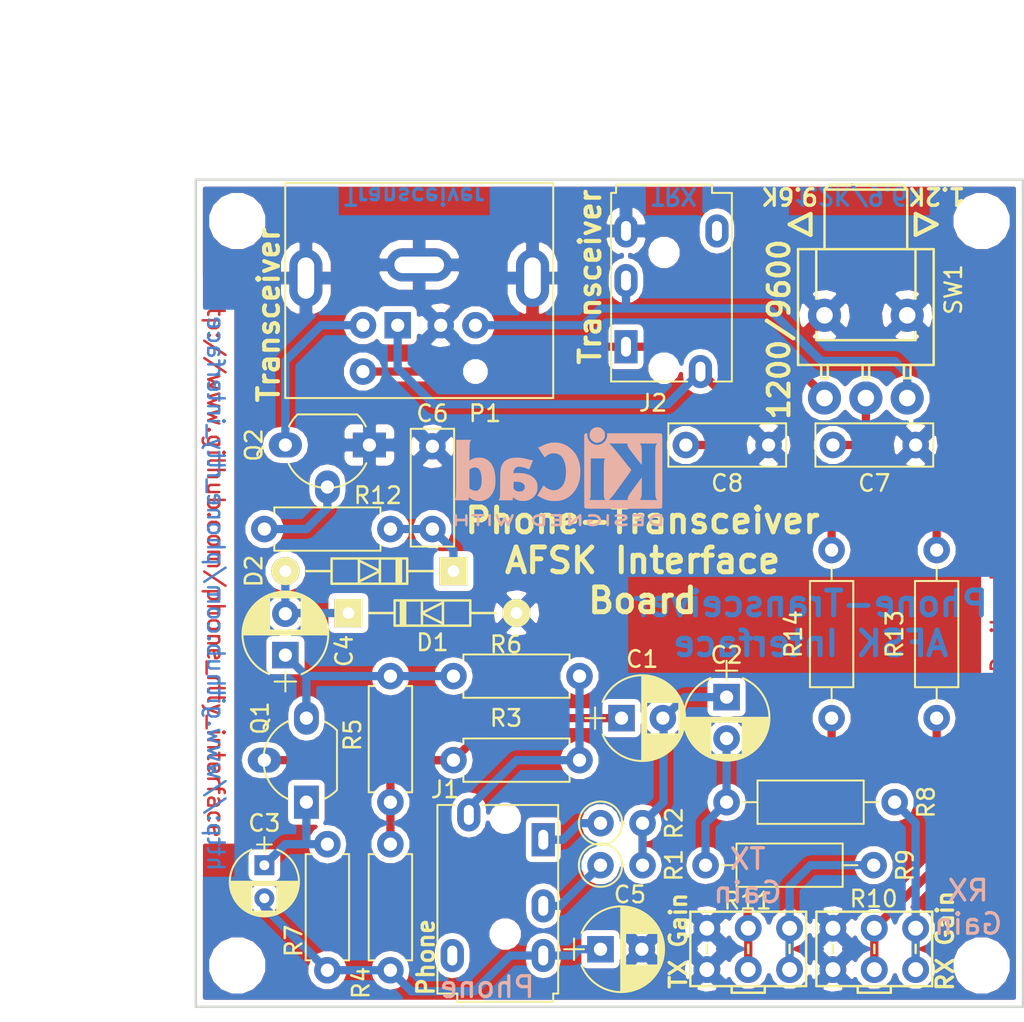
<source format=kicad_pcb>
(kicad_pcb (version 4) (host pcbnew 4.0.6)
  (title_block (title "Phone-Transceiver AFSK Interface") (date 2017-04-11) (rev A))
  (layers (0 F.Cu signal) (31 B.Cu signal) (34 B.Paste user) (35 F.Paste user) (36 B.SilkS user) (37 F.SilkS user) (38 B.Mask user) (39 F.Mask user) (44 Edge.Cuts user))
  (net 0 "")
  (net 1 "Net-(C1-Pad1)")
  (net 2 "Net-(C3-Pad1)")
  (net 3 GNDREF)
  (net 4 "Net-(C6-Pad1)")
  (net 5 "Net-(Q2-Pad2)")
  (net 6 "Net-(R10-Pad2)")
  (net 7 /PHONE_OUT)
  (net 8 /PHONE_GND)
  (net 9 /TRX_DATA_IN)
  (net 10 /PHONE_MIC)
  (net 11 /TRX_1200)
  (net 12 /TRX_9600)
  (net 13 /PTT)
  (net 14 "Net-(C2-Pad2)")
  (net 15 "Net-(C4-Pad1)")
  (net 16 "Net-(C4-Pad2)")
  (net 17 "Net-(C7-Pad2)")
  (net 18 "Net-(J1-Pad1)")
  (net 19 "Net-(J1-Pad2)")
  (net 20 "Net-(R11-Pad2)")
  (net 21 "Net-(R10-Pad1)")
  (net 22 "Net-(R11-Pad1)")
  (module Mounting_Holes:MountingHole_2.7mm_M2.5_ISO7380 (layer F.Cu) (at 102.5 52.5)
    (fp_text reference MH1 hide)
    (fp_text value MH_2.7mm_M2.5_ISO7380 hide)
    (pad 1 np_thru_hole circle (at 0 0) (size 2.7 2.7) (drill 2.7) (layers *.Cu *.Mask))
  )
  (module Mounting_Holes:MountingHole_2.7mm_M2.5_ISO7380 (layer F.Cu) (at 147.5 52.5)
    (fp_text reference MH2 hide)
    (fp_text value MH_2.7mm_M2.5_ISO7380 hide)
    (pad 1 np_thru_hole circle (at 0 0) (size 2.7 2.7) (drill 2.7) (layers *.Cu *.Mask))
  )
  (module Mounting_Holes:MountingHole_2.7mm_M2.5_ISO7380 (layer F.Cu) (at 102.5 97.5)
    (fp_text reference MH3 hide)
    (fp_text value MH_2.7mm_M2.5_ISO7380 hide)
    (pad 1 np_thru_hole circle (at 0 0) (size 2.7 2.7) (drill 2.7) (layers *.Cu *.Mask))
  )
  (module Mounting_Holes:MountingHole_2.7mm_M2.5_ISO7380 (layer F.Cu) (at 147.5 97.5)
    (fp_text reference MH4 hide)
    (fp_text value MH_2.7mm_M2.5_ISO7380 hide)
    (pad 1 np_thru_hole circle (at 0 0) (size 2.7 2.7) (drill 2.7) (layers *.Cu *.Mask))
  )
  (module Resistors_ThroughHole:R_Axial_DIN0207_L6.3mm_D2.5mm_P10.16mm_Horizontal (layer F.Cu) (at 144.78 72.39 270)
    (fp_text reference R13 (at 5.08 2.54 270) (layer F.SilkS))
    (fp_text value 1K)
    (pad 1 thru_hole circle (at 0 0 270) (size 1.6 1.6) (drill 0.8) (layers *.Cu *.Mask) (net 17 "Net-(C7-Pad2)"))
    (pad 2 thru_hole oval (at 10.16 0 270) (size 1.6 1.6) (drill 0.8) (layers *.Cu *.Mask) (net 6 "Net-(R10-Pad2)"))
  )
  (module Resistors_ThroughHole:R_Axial_DIN0207_L6.3mm_D2.5mm_P10.16mm_Horizontal (layer F.Cu) (at 138.43 82.55 90)
    (fp_text reference R14 (at 5.08 -2.31 90) (layer F.SilkS))
    (fp_text value 1K)
    (pad 1 thru_hole circle (at 0 0 90) (size 1.6 1.6) (drill 0.8) (layers *.Cu *.Mask) (net 20 "Net-(R11-Pad2)"))
    (pad 2 thru_hole oval (at 10.16 0 90) (size 1.6 1.6) (drill 0.8) (layers *.Cu *.Mask) (net 9 /TRX_DATA_IN))
  )
  (module Capacitors_ThroughHole:CP_Radial_D5.0mm_P2.50mm (layer F.Cu) (at 105.41 78.74 90)
    (fp_text reference C4 (at 0.254 3.556 270) (layer F.SilkS))
    (fp_text value 4.7uF)
    (pad 1 thru_hole rect (at 0 0 90) (size 1.6 1.6) (drill 0.8) (layers *.Cu *.Mask) (net 15 "Net-(C4-Pad1)"))
    (pad 2 thru_hole circle (at 2.5 0 90) (size 1.6 1.6) (drill 0.8) (layers *.Cu *.Mask) (net 16 "Net-(C4-Pad2)"))
  )
  (module Capacitors_ThroughHole:CP_Radial_D5.0mm_P2.50mm (layer F.Cu) (at 124.46 96.52)
    (fp_text reference C5 (at 1.778 -3.302) (layer F.SilkS))
    (fp_text value 100uF)
    (pad 1 thru_hole rect (at 0 0) (size 1.6 1.6) (drill 0.8) (layers *.Cu *.Mask) (net 8 /PHONE_GND))
    (pad 2 thru_hole circle (at 2.5 0) (size 1.6 1.6) (drill 0.8) (layers *.Cu *.Mask) (net 3 GNDREF))
  )
  (module Capacitors_ThroughHole:C_Rect_L7.0mm_W2.5mm_P5.00mm (layer F.Cu) (at 114.3 71.12 90)
    (fp_text reference C6 (at 6.985 0 180) (layer F.SilkS))
    (fp_text value 100n)
    (pad 1 thru_hole circle (at 0 0 90) (size 1.6 1.6) (drill 0.8) (layers *.Cu *.Mask) (net 4 "Net-(C6-Pad1)"))
    (pad 2 thru_hole circle (at 5 0 90) (size 1.6 1.6) (drill 0.8) (layers *.Cu *.Mask) (net 3 GNDREF))
  )
  (module Capacitors_ThroughHole:C_Rect_L7.0mm_W2.5mm_P5.00mm (layer F.Cu) (at 143.51 66.04 180)
    (fp_text reference C7 (at 2.5 -2.31 180) (layer F.SilkS))
    (fp_text value 10n)
    (pad 1 thru_hole circle (at 0 0 180) (size 1.6 1.6) (drill 0.8) (layers *.Cu *.Mask) (net 3 GNDREF))
    (pad 2 thru_hole circle (at 5 0 180) (size 1.6 1.6) (drill 0.8) (layers *.Cu *.Mask) (net 17 "Net-(C7-Pad2)"))
  )
  (module Capacitors_ThroughHole:C_Rect_L7.0mm_W2.5mm_P5.00mm (layer F.Cu) (at 134.62 66.04 180)
    (fp_text reference C8 (at 2.5 -2.31 180) (layer F.SilkS))
    (fp_text value 10n)
    (pad 1 thru_hole circle (at 0 0 180) (size 1.6 1.6) (drill 0.8) (layers *.Cu *.Mask) (net 3 GNDREF))
    (pad 2 thru_hole circle (at 5 0 180) (size 1.6 1.6) (drill 0.8) (layers *.Cu *.Mask) (net 9 /TRX_DATA_IN))
  )
  (module custom_kicad_footprints:Diode_DO-35_SOD27_Horizontal_RM10 (layer F.Cu) (at 109.22 76.2)
    (fp_text reference D1 (at 5.08 1.778 180) (layer F.SilkS))
    (fp_text value BAT46)
    (pad 2 thru_hole circle (at 10.16052 -0.00254 180) (size 1.69926 1.69926) (drill 0.70104) (layers *.Cu *.Mask F.SilkS) (net 3 GNDREF))
    (pad 1 thru_hole rect (at 0.00052 -0.00254 180) (size 1.69926 1.69926) (drill 0.70104) (layers *.Cu *.Mask F.SilkS) (net 16 "Net-(C4-Pad2)"))
  )
  (module custom_kicad_footprints:Diode_DO-35_SOD27_Horizontal_RM10 (layer F.Cu) (at 115.57 73.66 180)
    (fp_text reference D2 (at 12.065 0 270) (layer F.SilkS))
    (fp_text value BAT46)
    (pad 2 thru_hole circle (at 10.16052 -0.00254) (size 1.69926 1.69926) (drill 0.70104) (layers *.Cu *.Mask F.SilkS) (net 16 "Net-(C4-Pad2)"))
    (pad 1 thru_hole rect (at 0.00052 -0.00254) (size 1.69926 1.69926) (drill 0.70104) (layers *.Cu *.Mask F.SilkS) (net 4 "Net-(C6-Pad1)"))
  )
  (module custom_kicad_footprints:PJ320E_Headphones_Plug_Short (layer F.Cu) (at 121 89.9 180)
    (fp_text reference J1 (at 5.938 3.032 360) (layer F.SilkS))
    (fp_text value Phone)
    (pad 5 thru_hole oval (at 5.5 -7 90) (size 2 1.4) (drill oval 1.2 0.6) (layers *.Cu *.Mask))
    (pad 4 thru_hole oval (at 4.5 1.5 90) (size 2 1.4) (drill oval 1.2 0.6) (layers *.Cu *.Mask) (net 10 /PHONE_MIC))
    (pad 1 thru_hole rect (at 0 0 90) (size 2 1.4) (drill oval 1.2 0.6) (layers *.Cu *.Mask) (net 18 "Net-(J1-Pad1)"))
    (pad 2 thru_hole oval (at 0 -4 90) (size 2 1.4) (drill oval 1.2 0.6) (layers *.Cu *.Mask) (net 19 "Net-(J1-Pad2)"))
    (pad 3 thru_hole oval (at 0 -7 90) (size 2 1.4) (drill oval 1.2 0.6) (layers *.Cu *.Mask) (net 8 /PHONE_GND))
    (pad "" np_thru_hole circle (at 2.3 -5.7 90) (size 1.2 1.2) (drill 1.2) (layers *.Cu *.Mask))
    (pad "" np_thru_hole circle (at 2.3 1.3 90) (size 1.2 1.2) (drill 1.2) (layers *.Cu *.Mask))
  )
  (module custom_kicad_footprints:PJ320E_Headphones_Plug_Short (layer F.Cu) (at 126 60.1)
    (fp_text reference J2 (at 1.635 3.4) (layer F.SilkS))
    (fp_text value Transceiver)
    (pad 5 thru_hole oval (at 5.5 -7 270) (size 2 1.4) (drill oval 1.2 0.6) (layers *.Cu *.Mask))
    (pad 4 thru_hole oval (at 4.5 1.5 270) (size 2 1.4) (drill oval 1.2 0.6) (layers *.Cu *.Mask) (net 9 /TRX_DATA_IN))
    (pad 1 thru_hole rect (at 0 0 270) (size 2 1.4) (drill oval 1.2 0.6) (layers *.Cu *.Mask) (net 11 /TRX_1200))
    (pad 2 thru_hole oval (at 0 -4 270) (size 2 1.4) (drill oval 1.2 0.6) (layers *.Cu *.Mask) (net 12 /TRX_9600))
    (pad 3 thru_hole oval (at 0 -7 270) (size 2 1.4) (drill oval 1.2 0.6) (layers *.Cu *.Mask) (net 3 GNDREF))
    (pad "" np_thru_hole circle (at 2.3 -5.7 270) (size 1.2 1.2) (drill 1.2) (layers *.Cu *.Mask))
    (pad "" np_thru_hole circle (at 2.3 1.3 270) (size 1.2 1.2) (drill 1.2) (layers *.Cu *.Mask))
  )
  (module Resistors_ThroughHole:R_Axial_DIN0207_L6.3mm_D2.5mm_P7.62mm_Horizontal (layer F.Cu) (at 123.19 85.09 180)
    (fp_text reference R3 (at 4.445 2.54 360) (layer F.SilkS))
    (fp_text value 33K)
    (pad 1 thru_hole circle (at 0 0 180) (size 1.6 1.6) (drill 0.8) (layers *.Cu *.Mask) (net 10 /PHONE_MIC))
    (pad 2 thru_hole oval (at 7.62 0 180) (size 1.6 1.6) (drill 0.8) (layers *.Cu *.Mask) (net 1 "Net-(C1-Pad1)"))
  )
  (module Resistors_ThroughHole:R_Axial_DIN0207_L6.3mm_D2.5mm_P7.62mm_Horizontal (layer F.Cu) (at 111.76 90.17 270)
    (fp_text reference R4 (at 8.382 1.778 270) (layer F.SilkS))
    (fp_text value 18K)
    (pad 1 thru_hole circle (at 0 0 270) (size 1.6 1.6) (drill 0.8) (layers *.Cu *.Mask) (net 1 "Net-(C1-Pad1)"))
    (pad 2 thru_hole oval (at 7.62 0 270) (size 1.6 1.6) (drill 0.8) (layers *.Cu *.Mask) (net 8 /PHONE_GND))
  )
  (module Resistors_ThroughHole:R_Axial_DIN0207_L6.3mm_D2.5mm_P7.62mm_Horizontal (layer F.Cu) (at 111.76 87.63 90)
    (fp_text reference R5 (at 4.064 -2.286 90) (layer F.SilkS))
    (fp_text value 120K)
    (pad 1 thru_hole circle (at 0 0 90) (size 1.6 1.6) (drill 0.8) (layers *.Cu *.Mask) (net 1 "Net-(C1-Pad1)"))
    (pad 2 thru_hole oval (at 7.62 0 90) (size 1.6 1.6) (drill 0.8) (layers *.Cu *.Mask) (net 15 "Net-(C4-Pad1)"))
  )
  (module Resistors_ThroughHole:R_Axial_DIN0207_L6.3mm_D2.5mm_P7.62mm_Horizontal (layer F.Cu) (at 123.19 80.01 180)
    (fp_text reference R6 (at 4.445 1.905 360) (layer F.SilkS))
    (fp_text value 3.3K)
    (pad 1 thru_hole circle (at 0 0 180) (size 1.6 1.6) (drill 0.8) (layers *.Cu *.Mask) (net 10 /PHONE_MIC))
    (pad 2 thru_hole oval (at 7.62 0 180) (size 1.6 1.6) (drill 0.8) (layers *.Cu *.Mask) (net 15 "Net-(C4-Pad1)"))
  )
  (module custom_kicad_footprints:Cliff_UT1x_SPDT_ON-ON_Switch_Short (layer F.Cu) (at 138 63.2)
    (fp_text reference SW1 (at 7.796 -6.558 90) (layer F.SilkS))
    (fp_text value 1200/9600)
    (pad 4 thru_hole circle (at 5 -5) (size 2 2) (drill 1) (layers *.Cu *.Mask) (net 3 GNDREF))
    (pad 2 thru_hole circle (at 2.5 0) (size 2 2) (drill 1) (layers *.Cu *.Mask) (net 17 "Net-(C7-Pad2)"))
    (pad 3 thru_hole circle (at 5 0) (size 2 2) (drill 1) (layers *.Cu *.Mask) (net 12 /TRX_9600))
    (pad 4 thru_hole circle (at 0 -5) (size 2 2) (drill 1) (layers *.Cu *.Mask) (net 3 GNDREF))
    (pad 1 thru_hole circle (at 0 0) (size 2 2) (drill 1) (layers *.Cu *.Mask) (net 11 /TRX_1200))
  )
  (module Capacitors_ThroughHole:CP_Radial_D4.0mm_P2.00mm (layer F.Cu) (at 104.14 91.44 270)
    (fp_text reference C3 (at -2.54 0 360) (layer F.SilkS))
    (fp_text value 100uF)
    (pad 1 thru_hole rect (at 0 0 270) (size 1.2 1.2) (drill 0.6) (layers *.Cu *.Mask) (net 2 "Net-(C3-Pad1)"))
    (pad 2 thru_hole circle (at 2 0 270) (size 1.2 1.2) (drill 0.6) (layers *.Cu *.Mask) (net 8 /PHONE_GND))
  )
  (module Resistors_ThroughHole:R_Axial_DIN0207_L6.3mm_D2.5mm_P7.62mm_Horizontal (layer F.Cu) (at 107.95 97.79 90)
    (fp_text reference R7 (at 1.778 -2.032 90) (layer F.SilkS))
    (fp_text value 120)
    (pad 1 thru_hole circle (at 0 0 90) (size 1.6 1.6) (drill 0.8) (layers *.Cu *.Mask) (net 8 /PHONE_GND))
    (pad 2 thru_hole oval (at 7.62 0 90) (size 1.6 1.6) (drill 0.8) (layers *.Cu *.Mask) (net 2 "Net-(C3-Pad1)"))
  )
  (module Capacitors_ThroughHole:CP_Radial_D5.0mm_P2.50mm (layer F.Cu) (at 125.73 82.55)
    (fp_text reference C1 (at 1.25 -3.56) (layer F.SilkS))
    (fp_text value 4.7uF)
    (pad 1 thru_hole rect (at 0 0) (size 1.6 1.6) (drill 0.8) (layers *.Cu *.Mask) (net 1 "Net-(C1-Pad1)"))
    (pad 2 thru_hole circle (at 2.5 0) (size 1.6 1.6) (drill 0.8) (layers *.Cu *.Mask) (net 7 /PHONE_OUT))
  )
  (module Capacitors_ThroughHole:CP_Radial_D5.0mm_P2.50mm (layer F.Cu) (at 132.08 81.28 270)
    (fp_text reference C2 (at -2.54 0 360) (layer F.SilkS))
    (fp_text value 4.7uF)
    (pad 1 thru_hole rect (at 0 0 270) (size 1.6 1.6) (drill 0.8) (layers *.Cu *.Mask) (net 7 /PHONE_OUT))
    (pad 2 thru_hole circle (at 2.5 0 270) (size 1.6 1.6) (drill 0.8) (layers *.Cu *.Mask) (net 14 "Net-(C2-Pad2)"))
  )
  (module Resistors_ThroughHole:R_Axial_DIN0207_L6.3mm_D2.5mm_P2.54mm_Vertical (layer F.Cu) (at 124.46 91.44)
    (fp_text reference R1 (at 4.445 0 90) (layer F.SilkS))
    (fp_text value 33)
    (pad 1 thru_hole circle (at 0 0) (size 1.6 1.6) (drill 0.8) (layers *.Cu *.Mask) (net 19 "Net-(J1-Pad2)"))
    (pad 2 thru_hole oval (at 2.54 0) (size 1.6 1.6) (drill 0.8) (layers *.Cu *.Mask) (net 7 /PHONE_OUT))
  )
  (module Resistors_ThroughHole:R_Axial_DIN0207_L6.3mm_D2.5mm_P2.54mm_Vertical (layer F.Cu) (at 124.46 88.9)
    (fp_text reference R2 (at 4.445 0 90) (layer F.SilkS))
    (fp_text value 33)
    (pad 1 thru_hole circle (at 0 0) (size 1.6 1.6) (drill 0.8) (layers *.Cu *.Mask) (net 18 "Net-(J1-Pad1)"))
    (pad 2 thru_hole oval (at 2.54 0) (size 1.6 1.6) (drill 0.8) (layers *.Cu *.Mask) (net 7 /PHONE_OUT))
  )
  (module Resistors_ThroughHole:R_Axial_DIN0207_L6.3mm_D2.5mm_P10.16mm_Horizontal (layer F.Cu) (at 142.24 87.63 180)
    (fp_text reference R8 (at -1.905 0 270) (layer F.SilkS))
    (fp_text value 1K)
    (pad 1 thru_hole circle (at 0 0 180) (size 1.6 1.6) (drill 0.8) (layers *.Cu *.Mask) (net 21 "Net-(R10-Pad1)"))
    (pad 2 thru_hole oval (at 10.16 0 180) (size 1.6 1.6) (drill 0.8) (layers *.Cu *.Mask) (net 14 "Net-(C2-Pad2)"))
  )
  (module Resistors_ThroughHole:R_Axial_DIN0207_L6.3mm_D2.5mm_P10.16mm_Horizontal (layer F.Cu) (at 140.97 91.44 180)
    (fp_text reference R9 (at -1.905 0 270) (layer F.SilkS))
    (fp_text value 10K)
    (pad 1 thru_hole circle (at 0 0 180) (size 1.6 1.6) (drill 0.8) (layers *.Cu *.Mask) (net 22 "Net-(R11-Pad1)"))
    (pad 2 thru_hole oval (at 10.16 0 180) (size 1.6 1.6) (drill 0.8) (layers *.Cu *.Mask) (net 14 "Net-(C2-Pad2)"))
  )
  (module Resistors_ThroughHole:R_Axial_DIN0207_L6.3mm_D2.5mm_P7.62mm_Horizontal (layer F.Cu) (at 104.14 71.12)
    (fp_text reference R12 (at 6.858 -2.032) (layer F.SilkS))
    (fp_text value 470)
    (pad 1 thru_hole circle (at 0 0) (size 1.6 1.6) (drill 0.8) (layers *.Cu *.Mask) (net 5 "Net-(Q2-Pad2)"))
    (pad 2 thru_hole oval (at 7.62 0) (size 1.6 1.6) (drill 0.8) (layers *.Cu *.Mask) (net 4 "Net-(C6-Pad1)"))
  )
  (module TO_SOT_Packages_THT:TO-92_Molded_Wide_Oval (layer F.Cu) (at 106.68 87.63 90)
    (fp_text reference Q1 (at 5.08 -2.794 270) (layer F.SilkS))
    (fp_text value 2N2222)
    (pad 2 thru_hole oval (at 2.54 -2.54 180) (size 2 1.5) (drill 0.8) (layers *.Cu *.Mask) (net 1 "Net-(C1-Pad1)"))
    (pad 1 thru_hole rect (at 0 0 180) (size 1.5 2) (drill 0.8) (layers *.Cu *.Mask) (net 2 "Net-(C3-Pad1)"))
    (pad 3 thru_hole oval (at 5.08 0 180) (size 1.5 2) (drill 0.8) (layers *.Cu *.Mask) (net 15 "Net-(C4-Pad1)"))
  )
  (module TO_SOT_Packages_THT:TO-92_Molded_Wide_Oval (layer F.Cu) (at 110.49 66.04 180)
    (fp_text reference Q2 (at 6.985 0 270) (layer F.SilkS))
    (fp_text value 2N2222)
    (pad 2 thru_hole oval (at 2.54 -2.54 270) (size 2 1.5) (drill 0.8) (layers *.Cu *.Mask) (net 5 "Net-(Q2-Pad2)"))
    (pad 1 thru_hole rect (at 0 0 270) (size 1.5 2) (drill 0.8) (layers *.Cu *.Mask) (net 3 GNDREF))
    (pad 3 thru_hole oval (at 5.08 0 270) (size 1.5 2) (drill 0.8) (layers *.Cu *.Mask) (net 13 /PTT))
  )
  (module custom_kicad_footprints:Connector_Mini-DIN_Female_6Pin_2rows (layer F.Cu) (at 112.2 58.8 180)
    (fp_text reference P1 (at -5.275 -5.335 360) (layer F.SilkS))
    (fp_text value "To TRX Data")
    (pad 7 thru_hole oval (at -8.15 2.85 180) (size 2 3.5) (drill oval 1 2.5) (layers *.Cu *.Mask) (net 3 GNDREF))
    (pad 7 thru_hole oval (at 5.55 2.85 180) (size 2 3.5) (drill oval 1 2.5) (layers *.Cu *.Mask) (net 3 GNDREF))
    (pad 1 thru_hole rect (at 0 0 180) (size 1.6 1.6) (drill 0.8) (layers *.Cu *.Mask) (net 9 /TRX_DATA_IN))
    (pad 2 thru_hole circle (at -2.6 0 180) (size 1.6 1.6) (drill 0.8) (layers *.Cu *.Mask) (net 3 GNDREF))
    (pad 3 thru_hole circle (at 2.1 0 180) (size 1.6 1.6) (drill 0.8) (layers *.Cu *.Mask) (net 13 /PTT))
    (pad 4 thru_hole circle (at -4.7 0 180) (size 1.6 1.6) (drill 0.8) (layers *.Cu *.Mask) (net 12 /TRX_9600))
    (pad 5 thru_hole circle (at 2.1 -2.8 180) (size 1.6 1.6) (drill 0.8) (layers *.Cu *.Mask) (net 11 /TRX_1200))
    (pad "" np_thru_hole circle (at -4.7 -2.8 180) (size 0.8 0.8) (drill 0.8) (layers *.Cu *.Mask))
    (pad 7 thru_hole oval (at -1.3 3.65 180) (size 4 2) (drill oval 3 1) (layers *.Cu *.Mask) (net 3 GNDREF))
  )
  (module Symbols:KiCad-Logo2_6mm_SilkScreen (layer B.Cu) (at 121.92 67.945 180)
    (fp_text reference LBL1 hide)
    (fp_text value KiCad-Logo2_6mm_SilkScreen hide)
  )
  (module custom_kicad_footprints:Potentiometer_Trimmer_Vertical_Multi_Compatible (layer F.Cu) (at 143.51 95.25 270)
    (fp_text reference R10 (at -1.778 2.54 360) (layer F.SilkS))
    (fp_text value 10K)
    (pad 3 thru_hole circle (at 2.5 5 270) (size 1.62 1.62) (drill 0.9) (layers *.Cu *.Mask) (net 3 GNDREF))
    (pad 2 thru_hole circle (at 0 2.5 270) (size 1.62 1.62) (drill 0.9) (layers *.Cu *.Mask) (net 6 "Net-(R10-Pad2)"))
    (pad 1 thru_hole circle (at 2.5 0 270) (size 1.62 1.62) (drill 0.9) (layers *.Cu *.Mask) (net 21 "Net-(R10-Pad1)"))
    (pad 3 thru_hole circle (at 0 5 270) (size 1.62 1.62) (drill 0.9) (layers *.Cu *.Mask) (net 3 GNDREF))
    (pad 2 thru_hole circle (at 2.5 2.5 270) (size 1.62 1.62) (drill 0.9) (layers *.Cu *.Mask) (net 6 "Net-(R10-Pad2)"))
    (pad 1 thru_hole circle (at 0 0 270) (size 1.62 1.62) (drill 0.9) (layers *.Cu *.Mask) (net 21 "Net-(R10-Pad1)"))
  )
  (module custom_kicad_footprints:Potentiometer_Trimmer_Vertical_Multi_Compatible (layer F.Cu) (at 135.89 95.25 270)
    (fp_text reference R11 (at -1.651 2.54 360) (layer F.SilkS))
    (fp_text value 10K)
    (pad 3 thru_hole circle (at 2.5 5 270) (size 1.62 1.62) (drill 0.9) (layers *.Cu *.Mask) (net 3 GNDREF))
    (pad 2 thru_hole circle (at 0 2.5 270) (size 1.62 1.62) (drill 0.9) (layers *.Cu *.Mask) (net 20 "Net-(R11-Pad2)"))
    (pad 1 thru_hole circle (at 2.5 0 270) (size 1.62 1.62) (drill 0.9) (layers *.Cu *.Mask) (net 22 "Net-(R11-Pad1)"))
    (pad 3 thru_hole circle (at 0 5 270) (size 1.62 1.62) (drill 0.9) (layers *.Cu *.Mask) (net 3 GNDREF))
    (pad 2 thru_hole circle (at 2.5 2.5 270) (size 1.62 1.62) (drill 0.9) (layers *.Cu *.Mask) (net 20 "Net-(R11-Pad2)"))
    (pad 1 thru_hole circle (at 0 0 270) (size 1.62 1.62) (drill 0.9) (layers *.Cu *.Mask) (net 22 "Net-(R11-Pad1)"))
  )
  (gr_text Phone (at 117.602 98.806) (layer B.SilkS) (effects (font (size 1.25 1.25) (thickness 0.2)) (justify mirror)))
  (gr_text "TX\nGain" (at 133.35 92.075) (layer B.SilkS) (effects (font (size 1.25 1.25) (thickness 0.2)) (justify mirror)))
  (gr_text "RX\nGain" (at 146.685 93.98) (layer B.SilkS) (effects (font (size 1.25 1.25) (thickness 0.2)) (justify mirror)))
  (gr_text 1.2K/9.6K (at 140.1 51 180) (layer B.Cu) (effects (font (size 1 1) (thickness 0.2)) (justify mirror)))
  (gr_text TRX (at 128.905 51 180) (layer B.Cu) (effects (font (size 1 1) (thickness 0.2)) (justify mirror)))
  (gr_text "Phone-Transceiver\nAFSK Interface" (at 137.16 76.835) (layer B.Cu) (effects (font (size 1.5 1.5) (thickness 0.3)) (justify mirror)))
  (gr_text http://www.github.com/phone_rtty_interface (at 101.2 75 270) (layer B.Cu) (effects (font (size 1 1)) (justify mirror)))
  (gr_text http://www.github.com/phone_rtty_interface (at 101.2 73 270) (layer F.Cu) (effects (font (size 1 1))))
  (gr_text "PCB Design by Dmitry Melnichansky 4X5DM" (at 148.59 75.184 90) (layer F.Cu) (effects (font (size 1 1))))
  (gr_line (start 135.89 52.705) (end 137.16 52.07) (angle 90) (layer F.SilkS) (width 0.25))
  (gr_line (start 137.16 53.34) (end 135.89 52.705) (angle 90) (layer F.SilkS) (width 0.25))
  (gr_line (start 144.78 52.705) (end 143.51 53.34) (angle 90) (layer F.SilkS) (width 0.25))
  (gr_line (start 143.51 52.07) (end 144.78 52.705) (angle 90) (layer F.SilkS) (width 0.25))
  (gr_line (start 137.16 52.07) (end 137.16 53.34) (angle 90) (layer F.SilkS) (width 0.25))
  (gr_line (start 143.51 52.07) (end 143.51 53.34) (angle 90) (layer F.SilkS) (width 0.25))
  (gr_text 9.6K (at 135.89 51 180) (layer F.SilkS) (effects (font (size 1 1) (thickness 0.2))))
  (gr_text 1.2K (at 144.78 51 180) (layer F.SilkS) (effects (font (size 1 1) (thickness 0.2))))
  (gr_text 1200/9600 (at 135.255 59.055 90) (layer F.SilkS) (effects (font (size 1.25 1.25) (thickness 0.25))))
  (gr_text Transceiver (at 123.825 55.88 90) (layer F.SilkS) (effects (font (size 1.25 1.25) (thickness 0.25))))
  (gr_text Transceiver (at 104.394 58.166 90) (layer F.SilkS) (effects (font (size 1.25 1.25) (thickness 0.25))))
  (gr_text Phone (at 113.9 97 90) (layer F.SilkS) (effects (font (size 1 1) (thickness 0.2))))
  (gr_text "Phone-Transceiver\nAFSK Interface\nBoard" (at 127 73.025) (layer F.SilkS) (effects (font (size 1.5 1.5) (thickness 0.3))))
  (gr_text "TX Gain" (at 129.159 96.012 90) (layer F.SilkS) (effects (font (size 1 1) (thickness 0.2))))
  (gr_text "RX Gain" (at 145.288 96.012 90) (layer F.SilkS) (effects (font (size 1 1) (thickness 0.2))))
  (gr_text Transceiver (at 113.2 51 180) (layer B.Cu) (effects (font (size 1 1) (thickness 0.2)) (justify mirror)))
  (gr_line (start 150 50) (end 150 100) (angle 90) (layer Edge.Cuts) (width 0.15))
  (gr_line (start 100 50) (end 100 100) (angle 90) (layer Edge.Cuts) (width 0.15))
  (gr_line (start 100 100) (end 150 100) (angle 90) (layer Edge.Cuts) (width 0.15))
  (gr_line (start 100 50) (end 150 50) (angle 90) (layer Edge.Cuts) (width 0.15))
  (segment (start 104.14 85.09) (end 115.57 85.09) (width 0.5) (layer F.Cu) (net 1))
  (segment (start 111.76 90.17) (end 111.76 87.63) (width 0.5) (layer F.Cu) (net 1))
  (segment (start 111.76 87.63) (end 111.76 85.09) (width 0.5) (layer F.Cu) (net 1))
  (segment (start 111.76 85.09) (end 115.57 85.09) (width 0.5) (layer F.Cu) (net 1))
  (segment (start 125.73 82.55) (end 118.11 82.55) (width 0.5) (layer F.Cu) (net 1))
  (segment (start 118.11 82.55) (end 115.57 85.09) (width 0.5) (layer F.Cu) (net 1))
  (segment (start 104.14 91.44) (end 105.41 90.17) (width 0.5) (layer B.Cu) (net 2))
  (segment (start 105.41 90.17) (end 106.68 90.17) (width 0.5) (layer B.Cu) (net 2))
  (segment (start 106.68 87.63) (end 106.68 90.17) (width 0.5) (layer B.Cu) (net 2))
  (segment (start 106.68 90.17) (end 107.95 90.17) (width 0.5) (layer B.Cu) (net 2))
  (segment (start 114.3 71.12) (end 115.57 72.39) (width 0.5) (layer B.Cu) (net 4))
  (segment (start 115.57 72.39) (end 115.57 73.66202) (width 0.5) (layer B.Cu) (net 4))
  (segment (start 115.57 73.66202) (end 115.56948 73.66254) (width 0.5) (layer B.Cu) (net 4))
  (segment (start 111.76 71.12) (end 114.3 71.12) (width 0.5) (layer B.Cu) (net 4))
  (segment (start 114.3 71.12) (end 114.29948 71.12052) (width 0.5) (layer B.Cu) (net 4))
  (segment (start 107.95 68.58) (end 107.95 69.85) (width 0.5) (layer B.Cu) (net 5))
  (segment (start 106.68 71.12) (end 104.14 71.12) (width 0.5) (layer B.Cu) (net 5))
  (segment (start 107.95 69.85) (end 106.68 71.12) (width 0.5) (layer B.Cu) (net 5))
  (segment (start 141.01 97.75) (end 141.01 95.25) (width 0.5) (layer F.Cu) (net 6))
  (segment (start 141.01 95.25) (end 144.78 91.48) (width 0.5) (layer F.Cu) (net 6))
  (segment (start 144.78 91.52) (end 144.78 91.48) (width 0.5) (layer F.Cu) (net 6))
  (segment (start 144.78 91.48) (end 144.78 91.44) (width 0.5) (layer F.Cu) (net 6))
  (segment (start 144.78 91.44) (end 144.78 82.55) (width 0.5) (layer F.Cu) (net 6))
  (segment (start 128.23 82.55) (end 128.27 82.55) (width 0.5) (layer B.Cu) (net 7))
  (segment (start 128.27 82.55) (end 129.54 81.28) (width 0.5) (layer B.Cu) (net 7))
  (segment (start 129.54 81.28) (end 132.08 81.28) (width 0.5) (layer B.Cu) (net 7))
  (segment (start 127 91.44) (end 127 88.9) (width 0.5) (layer B.Cu) (net 7))
  (segment (start 127 88.9) (end 128.27 87.63) (width 0.5) (layer B.Cu) (net 7))
  (segment (start 128.27 87.63) (end 128.27 82.59) (width 0.5) (layer B.Cu) (net 7))
  (segment (start 128.27 82.59) (end 128.23 82.55) (width 0.5) (layer B.Cu) (net 7))
  (segment (start 107.95 97.79) (end 111.76 97.79) (width 0.5) (layer B.Cu) (net 8))
  (segment (start 107.95 97.79) (end 105.41 95.25) (width 0.5) (layer B.Cu) (net 8))
  (segment (start 105.41 95.25) (end 104.14 93.98) (width 0.5) (layer B.Cu) (net 8))
  (segment (start 104.14 93.98) (end 104.14 93.44) (width 0.5) (layer B.Cu) (net 8))
  (segment (start 121 96.9) (end 119 96.9) (width 0.5) (layer B.Cu) (net 8))
  (segment (start 119 96.9) (end 116.84 99.06) (width 0.5) (layer B.Cu) (net 8))
  (segment (start 116.84 99.06) (end 113.03 99.06) (width 0.5) (layer B.Cu) (net 8))
  (segment (start 113.03 99.06) (end 111.76 97.79) (width 0.5) (layer B.Cu) (net 8))
  (segment (start 124.46 96.52) (end 123.19 96.52) (width 0.5) (layer B.Cu) (net 8))
  (segment (start 122.81 96.9) (end 121 96.9) (width 0.5) (layer B.Cu) (net 8))
  (segment (start 123.19 96.52) (end 122.81 96.9) (width 0.5) (layer B.Cu) (net 8))
  (segment (start 128.27 63.58) (end 128.52 63.58) (width 0.5) (layer B.Cu) (net 9))
  (segment (start 128.52 63.58) (end 130.5 61.6) (width 0.5) (layer B.Cu) (net 9))
  (segment (start 129.62 66.04) (end 132.08 66.04) (width 0.5) (layer F.Cu) (net 9))
  (segment (start 132.08 68.58) (end 132.08 66.04) (width 0.5) (layer F.Cu) (net 9))
  (segment (start 132.08 66.04) (end 132.08 63.18) (width 0.5) (layer F.Cu) (net 9))
  (segment (start 132.08 63.18) (end 130.5 61.6) (width 0.5) (layer F.Cu) (net 9))
  (segment (start 137.16 69.85) (end 133.35 69.85) (width 0.5) (layer F.Cu) (net 9))
  (segment (start 138.43 72.39) (end 138.43 71.12) (width 0.5) (layer F.Cu) (net 9))
  (segment (start 138.43 71.12) (end 137.16 69.85) (width 0.5) (layer F.Cu) (net 9))
  (segment (start 133.35 69.85) (end 132.08 68.58) (width 0.5) (layer F.Cu) (net 9))
  (segment (start 128.27 63.58) (end 114.38 63.58) (width 0.5) (layer B.Cu) (net 9))
  (segment (start 112.2 61.4) (end 112.2 58.8) (width 0.5) (layer B.Cu) (net 9))
  (segment (start 114.38 63.58) (end 112.2 61.4) (width 0.5) (layer B.Cu) (net 9))
  (segment (start 116.5 88.4) (end 116.5 87.97) (width 0.5) (layer B.Cu) (net 10))
  (segment (start 116.5 87.97) (end 119.38 85.09) (width 0.5) (layer B.Cu) (net 10))
  (segment (start 119.38 85.09) (end 123.19 85.09) (width 0.5) (layer B.Cu) (net 10))
  (segment (start 123.19 85.09) (end 123.19 80.01) (width 0.5) (layer B.Cu) (net 10))
  (segment (start 126 60.1) (end 124.685 60.1) (width 0.5) (layer F.Cu) (net 11))
  (segment (start 124.685 60.1) (end 124.46 60.325) (width 0.5) (layer F.Cu) (net 11))
  (segment (start 127.86 60.1) (end 126 60.1) (width 0.5) (layer F.Cu) (net 11))
  (segment (start 124.46 60.325) (end 116.205 60.325) (width 0.5) (layer F.Cu) (net 11))
  (segment (start 116.205 60.325) (end 114.93 61.6) (width 0.5) (layer F.Cu) (net 11))
  (segment (start 114.93 61.6) (end 110.1 61.6) (width 0.5) (layer F.Cu) (net 11))
  (segment (start 134.62 59.69) (end 128.27 59.69) (width 0.5) (layer F.Cu) (net 11))
  (segment (start 138 63.07) (end 134.62 59.69) (width 0.5) (layer F.Cu) (net 11))
  (segment (start 128.27 59.69) (end 127.86 60.1) (width 0.5) (layer F.Cu) (net 11))
  (segment (start 138 63.2) (end 138 63.07) (width 0.5) (layer F.Cu) (net 11))
  (segment (start 126 56.1) (end 126 57.785) (width 0.5) (layer B.Cu) (net 12))
  (segment (start 116.9 58.8) (end 123.445 58.8) (width 0.5) (layer B.Cu) (net 12))
  (segment (start 143 61.72) (end 143 63.2) (width 0.5) (layer B.Cu) (net 12))
  (segment (start 142.24 60.96) (end 143 61.72) (width 0.5) (layer B.Cu) (net 12))
  (segment (start 137.795 60.96) (end 142.24 60.96) (width 0.5) (layer B.Cu) (net 12))
  (segment (start 134.62 57.785) (end 137.795 60.96) (width 0.5) (layer B.Cu) (net 12))
  (segment (start 124.46 57.785) (end 126 57.785) (width 0.5) (layer B.Cu) (net 12))
  (segment (start 126 57.785) (end 134.62 57.785) (width 0.5) (layer B.Cu) (net 12))
  (segment (start 123.445 58.8) (end 124.46 57.785) (width 0.5) (layer B.Cu) (net 12))
  (segment (start 105.41 66.04) (end 105.41 60.96) (width 0.5) (layer B.Cu) (net 13))
  (segment (start 110.1 58.8) (end 107.57 58.8) (width 0.5) (layer B.Cu) (net 13))
  (segment (start 107.57 58.8) (end 105.41 60.96) (width 0.5) (layer B.Cu) (net 13))
  (segment (start 132.08 87.63) (end 132.08 83.78) (width 0.5) (layer B.Cu) (net 14))
  (segment (start 130.81 91.44) (end 130.81 88.9) (width 0.5) (layer B.Cu) (net 14))
  (segment (start 130.81 88.9) (end 132.08 87.63) (width 0.5) (layer B.Cu) (net 14))
  (segment (start 105.41 78.74) (end 106.68 80.01) (width 0.5) (layer B.Cu) (net 15))
  (segment (start 115.57 80.01) (end 111.76 80.01) (width 0.5) (layer B.Cu) (net 15))
  (segment (start 111.76 80.01) (end 106.68 80.01) (width 0.5) (layer B.Cu) (net 15))
  (segment (start 106.68 80.01) (end 106.68 82.55) (width 0.5) (layer B.Cu) (net 15))
  (segment (start 109.22052 76.19746) (end 105.45254 76.19746) (width 0.5) (layer B.Cu) (net 16))
  (segment (start 105.45254 76.19746) (end 105.41 76.24) (width 0.5) (layer B.Cu) (net 16))
  (segment (start 105.41 76.24) (end 105.41 73.66306) (width 0.5) (layer B.Cu) (net 16))
  (segment (start 105.41 73.66306) (end 105.40948 73.66254) (width 0.5) (layer B.Cu) (net 16))
  (segment (start 144.78 71.12) (end 144.78 72.39) (width 0.5) (layer F.Cu) (net 17))
  (segment (start 138.51 66.04) (end 140.5 66.04) (width 0.5) (layer F.Cu) (net 17))
  (segment (start 140.5 63.2) (end 140.5 66.04) (width 0.5) (layer F.Cu) (net 17))
  (segment (start 140.5 66.04) (end 140.5 66.84) (width 0.5) (layer F.Cu) (net 17))
  (segment (start 140.5 66.84) (end 144.78 71.12) (width 0.5) (layer F.Cu) (net 17))
  (segment (start 124.46 88.9) (end 123.19 88.9) (width 0.5) (layer B.Cu) (net 18))
  (segment (start 122.19 89.9) (end 121 89.9) (width 0.5) (layer B.Cu) (net 18))
  (segment (start 123.19 88.9) (end 122.19 89.9) (width 0.5) (layer B.Cu) (net 18))
  (segment (start 121 93.9) (end 122 93.9) (width 0.5) (layer B.Cu) (net 19))
  (segment (start 122 93.9) (end 124.46 91.44) (width 0.5) (layer B.Cu) (net 19))
  (segment (start 133.39 97.75) (end 133.39 95.25) (width 0.5) (layer F.Cu) (net 20))
  (segment (start 133.39 95.25) (end 133.35 95.21) (width 0.5) (layer F.Cu) (net 20))
  (segment (start 133.35 95.21) (end 133.35 91.44) (width 0.5) (layer F.Cu) (net 20))
  (segment (start 138.43 82.55) (end 138.43 86.36) (width 0.5) (layer F.Cu) (net 20))
  (segment (start 138.43 86.36) (end 133.35 91.44) (width 0.5) (layer F.Cu) (net 20))
  (segment (start 133.35 97.71) (end 133.39 97.75) (width 0.5) (layer F.Cu) (net 20))
  (segment (start 143.51 95.25) (end 143.51 97.75) (width 0.5) (layer B.Cu) (net 21))
  (segment (start 143.51 95.25) (end 143.51 88.9) (width 0.5) (layer B.Cu) (net 21))
  (segment (start 143.51 88.9) (end 142.24 87.63) (width 0.5) (layer B.Cu) (net 21))
  (segment (start 135.89 95.25) (end 135.89 97.75) (width 0.5) (layer B.Cu) (net 22))
  (segment (start 135.89 95.25) (end 135.89 92.71) (width 0.5) (layer B.Cu) (net 22))
  (segment (start 137.16 91.44) (end 140.97 91.44) (width 0.5) (layer B.Cu) (net 22))
  (segment (start 135.89 92.71) (end 137.16 91.44) (width 0.5) (layer B.Cu) (net 22))
  (zone (net 3) (net_name GNDREF) (layer B.Cu) (connect_pads (clearance 0.35)) (min_thickness 0.254) (fill yes (arc_segments 16) (thermal_gap 0.508) (thermal_bridge_width 0.762))
    (polygon (pts (xy 149.75 99.75) (xy 100.25 99.75) (xy 100.25 50.25) (xy 149.75 50.25)))
  )
  (zone (net 3) (net_name GNDREF) (layer F.Cu) (connect_pads (clearance 0.35)) (min_thickness 0.254) (fill yes (arc_segments 16) (thermal_gap 0.508) (thermal_bridge_width 0.762))
    (polygon (pts (xy 149.75 99.75) (xy 100.25 99.75) (xy 100.25 50.25) (xy 149.75 50.25)))
  )
)
</source>
